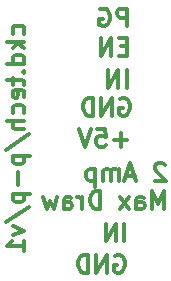
<source format=gbo>
G04 #@! TF.FileFunction,Legend,Bot*
%FSLAX46Y46*%
G04 Gerber Fmt 4.6, Leading zero omitted, Abs format (unit mm)*
G04 Created by KiCad (PCBNEW (2015-11-03 BZR 6296)-product) date Thursday, November 12, 2015 'AMt' 10:54:08 AM*
%MOMM*%
G01*
G04 APERTURE LIST*
%ADD10C,0.100000*%
%ADD11C,0.300000*%
G04 APERTURE END LIST*
D10*
D11*
X167772857Y-98448571D02*
X167772857Y-96948571D01*
X167201429Y-96948571D01*
X167058571Y-97020000D01*
X166987143Y-97091429D01*
X166915714Y-97234286D01*
X166915714Y-97448571D01*
X166987143Y-97591429D01*
X167058571Y-97662857D01*
X167201429Y-97734286D01*
X167772857Y-97734286D01*
X165487143Y-97020000D02*
X165630000Y-96948571D01*
X165844286Y-96948571D01*
X166058571Y-97020000D01*
X166201429Y-97162857D01*
X166272857Y-97305714D01*
X166344286Y-97591429D01*
X166344286Y-97805714D01*
X166272857Y-98091429D01*
X166201429Y-98234286D01*
X166058571Y-98377143D01*
X165844286Y-98448571D01*
X165701429Y-98448571D01*
X165487143Y-98377143D01*
X165415714Y-98305714D01*
X165415714Y-97805714D01*
X165701429Y-97805714D01*
X167777143Y-100142857D02*
X167277143Y-100142857D01*
X167062857Y-100928571D02*
X167777143Y-100928571D01*
X167777143Y-99428571D01*
X167062857Y-99428571D01*
X166420000Y-100928571D02*
X166420000Y-99428571D01*
X165562857Y-100928571D01*
X165562857Y-99428571D01*
X167745714Y-103658571D02*
X167745714Y-102158571D01*
X167031428Y-103658571D02*
X167031428Y-102158571D01*
X166174285Y-103658571D01*
X166174285Y-102158571D01*
X167182857Y-104580000D02*
X167325714Y-104508571D01*
X167540000Y-104508571D01*
X167754285Y-104580000D01*
X167897143Y-104722857D01*
X167968571Y-104865714D01*
X168040000Y-105151429D01*
X168040000Y-105365714D01*
X167968571Y-105651429D01*
X167897143Y-105794286D01*
X167754285Y-105937143D01*
X167540000Y-106008571D01*
X167397143Y-106008571D01*
X167182857Y-105937143D01*
X167111428Y-105865714D01*
X167111428Y-105365714D01*
X167397143Y-105365714D01*
X166468571Y-106008571D02*
X166468571Y-104508571D01*
X165611428Y-106008571D01*
X165611428Y-104508571D01*
X164897142Y-106008571D02*
X164897142Y-104508571D01*
X164539999Y-104508571D01*
X164325714Y-104580000D01*
X164182856Y-104722857D01*
X164111428Y-104865714D01*
X164039999Y-105151429D01*
X164039999Y-105365714D01*
X164111428Y-105651429D01*
X164182856Y-105794286D01*
X164325714Y-105937143D01*
X164539999Y-106008571D01*
X164897142Y-106008571D01*
X167798571Y-108077143D02*
X166655714Y-108077143D01*
X167227143Y-108648571D02*
X167227143Y-107505714D01*
X165227142Y-107148571D02*
X165941428Y-107148571D01*
X166012857Y-107862857D01*
X165941428Y-107791429D01*
X165798571Y-107720000D01*
X165441428Y-107720000D01*
X165298571Y-107791429D01*
X165227142Y-107862857D01*
X165155714Y-108005714D01*
X165155714Y-108362857D01*
X165227142Y-108505714D01*
X165298571Y-108577143D01*
X165441428Y-108648571D01*
X165798571Y-108648571D01*
X165941428Y-108577143D01*
X166012857Y-108505714D01*
X164727143Y-107148571D02*
X164227143Y-108648571D01*
X163727143Y-107148571D01*
X166752857Y-117870000D02*
X166895714Y-117798571D01*
X167110000Y-117798571D01*
X167324285Y-117870000D01*
X167467143Y-118012857D01*
X167538571Y-118155714D01*
X167610000Y-118441429D01*
X167610000Y-118655714D01*
X167538571Y-118941429D01*
X167467143Y-119084286D01*
X167324285Y-119227143D01*
X167110000Y-119298571D01*
X166967143Y-119298571D01*
X166752857Y-119227143D01*
X166681428Y-119155714D01*
X166681428Y-118655714D01*
X166967143Y-118655714D01*
X166038571Y-119298571D02*
X166038571Y-117798571D01*
X165181428Y-119298571D01*
X165181428Y-117798571D01*
X164467142Y-119298571D02*
X164467142Y-117798571D01*
X164109999Y-117798571D01*
X163895714Y-117870000D01*
X163752856Y-118012857D01*
X163681428Y-118155714D01*
X163609999Y-118441429D01*
X163609999Y-118655714D01*
X163681428Y-118941429D01*
X163752856Y-119084286D01*
X163895714Y-119227143D01*
X164109999Y-119298571D01*
X164467142Y-119298571D01*
X167555714Y-116648571D02*
X167555714Y-115148571D01*
X166841428Y-116648571D02*
X166841428Y-115148571D01*
X165984285Y-116648571D01*
X165984285Y-115148571D01*
X170984286Y-110161429D02*
X170912857Y-110090000D01*
X170770000Y-110018571D01*
X170412857Y-110018571D01*
X170270000Y-110090000D01*
X170198571Y-110161429D01*
X170127143Y-110304286D01*
X170127143Y-110447143D01*
X170198571Y-110661429D01*
X171055714Y-111518571D01*
X170127143Y-111518571D01*
X168412858Y-111090000D02*
X167698572Y-111090000D01*
X168555715Y-111518571D02*
X168055715Y-110018571D01*
X167555715Y-111518571D01*
X167055715Y-111518571D02*
X167055715Y-110518571D01*
X167055715Y-110661429D02*
X166984287Y-110590000D01*
X166841429Y-110518571D01*
X166627144Y-110518571D01*
X166484287Y-110590000D01*
X166412858Y-110732857D01*
X166412858Y-111518571D01*
X166412858Y-110732857D02*
X166341429Y-110590000D01*
X166198572Y-110518571D01*
X165984287Y-110518571D01*
X165841429Y-110590000D01*
X165770001Y-110732857D01*
X165770001Y-111518571D01*
X165055715Y-110518571D02*
X165055715Y-112018571D01*
X165055715Y-110590000D02*
X164912858Y-110518571D01*
X164627144Y-110518571D01*
X164484287Y-110590000D01*
X164412858Y-110661429D01*
X164341429Y-110804286D01*
X164341429Y-111232857D01*
X164412858Y-111375714D01*
X164484287Y-111447143D01*
X164627144Y-111518571D01*
X164912858Y-111518571D01*
X165055715Y-111447143D01*
X170912857Y-113918571D02*
X170912857Y-112418571D01*
X170412857Y-113490000D01*
X169912857Y-112418571D01*
X169912857Y-113918571D01*
X168555714Y-113918571D02*
X168555714Y-113132857D01*
X168627143Y-112990000D01*
X168770000Y-112918571D01*
X169055714Y-112918571D01*
X169198571Y-112990000D01*
X168555714Y-113847143D02*
X168698571Y-113918571D01*
X169055714Y-113918571D01*
X169198571Y-113847143D01*
X169270000Y-113704286D01*
X169270000Y-113561429D01*
X169198571Y-113418571D01*
X169055714Y-113347143D01*
X168698571Y-113347143D01*
X168555714Y-113275714D01*
X167984285Y-113918571D02*
X167198571Y-112918571D01*
X167984285Y-112918571D02*
X167198571Y-113918571D01*
X165484285Y-113918571D02*
X165484285Y-112418571D01*
X165127142Y-112418571D01*
X164912857Y-112490000D01*
X164769999Y-112632857D01*
X164698571Y-112775714D01*
X164627142Y-113061429D01*
X164627142Y-113275714D01*
X164698571Y-113561429D01*
X164769999Y-113704286D01*
X164912857Y-113847143D01*
X165127142Y-113918571D01*
X165484285Y-113918571D01*
X163984285Y-113918571D02*
X163984285Y-112918571D01*
X163984285Y-113204286D02*
X163912857Y-113061429D01*
X163841428Y-112990000D01*
X163698571Y-112918571D01*
X163555714Y-112918571D01*
X162412857Y-113918571D02*
X162412857Y-113132857D01*
X162484286Y-112990000D01*
X162627143Y-112918571D01*
X162912857Y-112918571D01*
X163055714Y-112990000D01*
X162412857Y-113847143D02*
X162555714Y-113918571D01*
X162912857Y-113918571D01*
X163055714Y-113847143D01*
X163127143Y-113704286D01*
X163127143Y-113561429D01*
X163055714Y-113418571D01*
X162912857Y-113347143D01*
X162555714Y-113347143D01*
X162412857Y-113275714D01*
X161841428Y-112918571D02*
X161555714Y-113918571D01*
X161270000Y-113204286D01*
X160984285Y-113918571D01*
X160698571Y-112918571D01*
X159017143Y-99108571D02*
X159088571Y-98965714D01*
X159088571Y-98680000D01*
X159017143Y-98537142D01*
X158945714Y-98465714D01*
X158802857Y-98394285D01*
X158374286Y-98394285D01*
X158231429Y-98465714D01*
X158160000Y-98537142D01*
X158088571Y-98680000D01*
X158088571Y-98965714D01*
X158160000Y-99108571D01*
X159088571Y-99751428D02*
X157588571Y-99751428D01*
X158517143Y-99894285D02*
X159088571Y-100322856D01*
X158088571Y-100322856D02*
X158660000Y-99751428D01*
X159088571Y-101608571D02*
X157588571Y-101608571D01*
X159017143Y-101608571D02*
X159088571Y-101465714D01*
X159088571Y-101180000D01*
X159017143Y-101037142D01*
X158945714Y-100965714D01*
X158802857Y-100894285D01*
X158374286Y-100894285D01*
X158231429Y-100965714D01*
X158160000Y-101037142D01*
X158088571Y-101180000D01*
X158088571Y-101465714D01*
X158160000Y-101608571D01*
X158945714Y-102322857D02*
X159017143Y-102394285D01*
X159088571Y-102322857D01*
X159017143Y-102251428D01*
X158945714Y-102322857D01*
X159088571Y-102322857D01*
X158088571Y-102822857D02*
X158088571Y-103394286D01*
X157588571Y-103037143D02*
X158874286Y-103037143D01*
X159017143Y-103108571D01*
X159088571Y-103251429D01*
X159088571Y-103394286D01*
X159017143Y-104465714D02*
X159088571Y-104322857D01*
X159088571Y-104037143D01*
X159017143Y-103894286D01*
X158874286Y-103822857D01*
X158302857Y-103822857D01*
X158160000Y-103894286D01*
X158088571Y-104037143D01*
X158088571Y-104322857D01*
X158160000Y-104465714D01*
X158302857Y-104537143D01*
X158445714Y-104537143D01*
X158588571Y-103822857D01*
X159017143Y-105822857D02*
X159088571Y-105680000D01*
X159088571Y-105394286D01*
X159017143Y-105251428D01*
X158945714Y-105180000D01*
X158802857Y-105108571D01*
X158374286Y-105108571D01*
X158231429Y-105180000D01*
X158160000Y-105251428D01*
X158088571Y-105394286D01*
X158088571Y-105680000D01*
X158160000Y-105822857D01*
X159088571Y-106465714D02*
X157588571Y-106465714D01*
X159088571Y-107108571D02*
X158302857Y-107108571D01*
X158160000Y-107037142D01*
X158088571Y-106894285D01*
X158088571Y-106680000D01*
X158160000Y-106537142D01*
X158231429Y-106465714D01*
X157517143Y-108894285D02*
X159445714Y-107608571D01*
X158088571Y-109394286D02*
X159588571Y-109394286D01*
X158160000Y-109394286D02*
X158088571Y-109537143D01*
X158088571Y-109822857D01*
X158160000Y-109965714D01*
X158231429Y-110037143D01*
X158374286Y-110108572D01*
X158802857Y-110108572D01*
X158945714Y-110037143D01*
X159017143Y-109965714D01*
X159088571Y-109822857D01*
X159088571Y-109537143D01*
X159017143Y-109394286D01*
X158517143Y-110751429D02*
X158517143Y-111894286D01*
X158088571Y-112608572D02*
X159588571Y-112608572D01*
X158160000Y-112608572D02*
X158088571Y-112751429D01*
X158088571Y-113037143D01*
X158160000Y-113180000D01*
X158231429Y-113251429D01*
X158374286Y-113322858D01*
X158802857Y-113322858D01*
X158945714Y-113251429D01*
X159017143Y-113180000D01*
X159088571Y-113037143D01*
X159088571Y-112751429D01*
X159017143Y-112608572D01*
X157517143Y-115037143D02*
X159445714Y-113751429D01*
X158088571Y-115394287D02*
X159088571Y-115751430D01*
X158088571Y-116108572D01*
X159088571Y-117465715D02*
X159088571Y-116608572D01*
X159088571Y-117037144D02*
X157588571Y-117037144D01*
X157802857Y-116894287D01*
X157945714Y-116751429D01*
X158017143Y-116608572D01*
M02*

</source>
